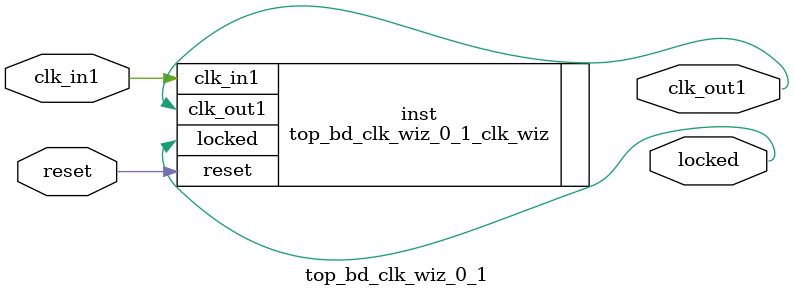
<source format=v>


`timescale 1ps/1ps

(* CORE_GENERATION_INFO = "top_bd_clk_wiz_0_1,clk_wiz_v6_0_6_0_0,{component_name=top_bd_clk_wiz_0_1,use_phase_alignment=true,use_min_o_jitter=false,use_max_i_jitter=false,use_dyn_phase_shift=false,use_inclk_switchover=false,use_dyn_reconfig=false,enable_axi=0,feedback_source=FDBK_AUTO,PRIMITIVE=MMCM,num_out_clk=1,clkin1_period=10.000,clkin2_period=10.000,use_power_down=false,use_reset=true,use_locked=true,use_inclk_stopped=false,feedback_type=SINGLE,CLOCK_MGR_TYPE=NA,manual_override=false}" *)

module top_bd_clk_wiz_0_1 
 (
  // Clock out ports
  output        clk_out1,
  // Status and control signals
  input         reset,
  output        locked,
 // Clock in ports
  input         clk_in1
 );

  top_bd_clk_wiz_0_1_clk_wiz inst
  (
  // Clock out ports  
  .clk_out1(clk_out1),
  // Status and control signals               
  .reset(reset), 
  .locked(locked),
 // Clock in ports
  .clk_in1(clk_in1)
  );

endmodule

</source>
